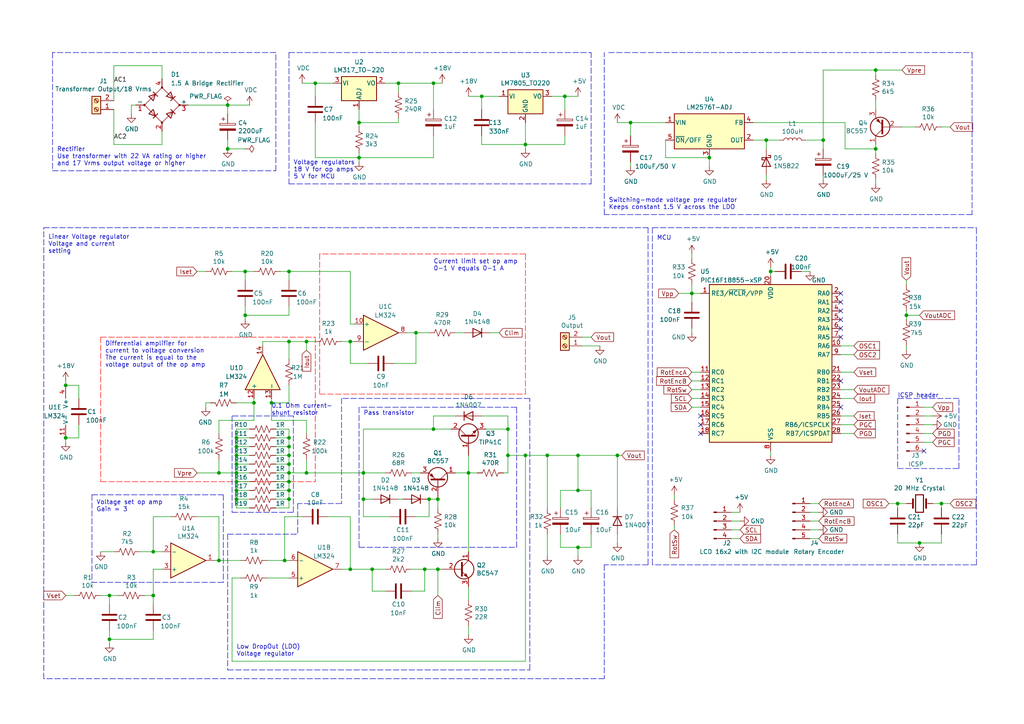
<source format=kicad_sch>
(kicad_sch (version 20211123) (generator eeschema)
  (paper "A4")
  (title_block (title "Programable Laboratory Bench Power Supply") (date "2021-07-13") (rev "A") (company "Bojan Sofronievski") (comment 1 "Current: 0 - 1 A, steps: 5 mA (10 bit PWM)") (comment 2 "Voltage: 0 - 15 V, steps: 5 mV (10 bit PWM)") (comment 3 "All resistors are rated 1/4 W, 1% tolerance"))
  (junction (at 262.89 91.44))
  (junction (at 83.82 127))
  (junction (at 68.58 129.54))
  (junction (at 101.6 99.06))
  (junction (at 254 43.18))
  (junction (at 73.66 116.84))
  (junction (at 63.5 137.16))
  (junction (at 83.82 78.74))
  (junction (at 120.65 96.52))
  (junction (at 222.25 40.64))
  (junction (at 83.82 134.62))
  (junction (at 266.7 157.48))
  (junction (at 82.55 162.56))
  (junction (at 83.82 144.78))
  (junction (at 88.9 99.06))
  (junction (at 105.41 137.16))
  (junction (at 31.75 185.42))
  (junction (at 83.82 132.08))
  (junction (at 125.73 24.13))
  (junction (at 273.05 146.05))
  (junction (at 147.32 124.46))
  (junction (at 260.35 146.05))
  (junction (at 124.46 144.78))
  (junction (at 223.52 78.74))
  (junction (at 44.45 160.02))
  (junction (at 68.58 134.62))
  (junction (at 78.74 116.84))
  (junction (at 127 144.78))
  (junction (at 88.9 137.16))
  (junction (at 125.73 124.46))
  (junction (at 152.4 41.91))
  (junction (at 147.32 132.08))
  (junction (at 66.04 30.48))
  (junction (at 68.58 127))
  (junction (at 107.95 165.1))
  (junction (at 68.58 144.78))
  (junction (at 238.76 40.64))
  (junction (at 200.66 85.09))
  (junction (at 167.64 142.24))
  (junction (at 205.74 45.72))
  (junction (at 105.41 144.78))
  (junction (at 83.82 129.54))
  (junction (at 83.82 99.06))
  (junction (at 101.6 165.1))
  (junction (at 68.58 137.16))
  (junction (at 44.45 172.72))
  (junction (at 254 20.32))
  (junction (at 152.4 132.08))
  (junction (at 115.57 24.13))
  (junction (at 83.82 137.16))
  (junction (at 63.5 162.56))
  (junction (at 167.64 158.75))
  (junction (at 66.04 43.18))
  (junction (at 179.07 132.08))
  (junction (at 68.58 142.24))
  (junction (at 163.83 27.94))
  (junction (at 135.89 137.16))
  (junction (at 104.14 45.72))
  (junction (at 167.64 132.08))
  (junction (at 127 165.1))
  (junction (at 31.75 172.72))
  (junction (at 68.58 132.08))
  (junction (at 182.88 35.56))
  (junction (at 139.7 27.94))
  (junction (at 71.12 91.44))
  (junction (at 83.82 142.24))
  (junction (at 19.05 127))
  (junction (at 91.44 24.13))
  (junction (at 123.19 165.1))
  (junction (at 71.12 78.74))
  (junction (at 68.58 139.7))
  (junction (at 158.75 132.08))
  (junction (at 83.82 139.7))
  (junction (at 19.05 111.76))
  (junction (at 104.14 35.56))
  (no_connect (at 267.97 130.81))
  (no_connect (at 203.2 120.65))
  (no_connect (at 243.84 118.11))
  (no_connect (at 243.84 110.49))
  (no_connect (at 243.84 87.63))
  (no_connect (at 243.84 92.71))
  (no_connect (at 243.84 90.17))
  (no_connect (at 203.2 125.73))
  (no_connect (at 243.84 97.79))
  (no_connect (at 243.84 85.09))
  (no_connect (at 203.2 123.19))
  (no_connect (at 243.84 95.25))
  (wire (pts (xy 200.66 107.95) (xy 203.2 107.95)))
  (wire (pts (xy 76.2 99.06) (xy 76.2 100.33)))
  (wire (pts (xy 223.52 78.74) (xy 223.52 80.01)))
  (wire (pts (xy 152.4 191.77) (xy 67.31 191.77)))
  (wire (pts (xy 262.89 92.71) (xy 262.89 91.44)))
  (wire (pts (xy 104.14 35.56) (xy 104.14 36.83)))
  (wire (pts (xy 63.5 121.92) (xy 63.5 125.73)))
  (wire (pts (xy 57.15 137.16) (xy 63.5 137.16)))
  (wire (pts (xy 59.69 78.74) (xy 57.15 78.74)))
  (wire (pts (xy 119.38 171.45) (xy 123.19 171.45)))
  (polyline (pts (xy 85.09 120.65) (xy 67.31 120.65)))
  (wire (pts (xy 71.12 92.71) (xy 71.12 91.44)))
  (wire (pts (xy 135.89 132.08) (xy 135.89 137.16)))
  (wire (pts (xy 68.58 134.62) (xy 68.58 137.16)))
  (wire (pts (xy 68.58 139.7) (xy 68.58 142.24)))
  (wire (pts (xy 67.31 191.77) (xy 67.31 167.64)))
  (wire (pts (xy 104.14 31.75) (xy 104.14 35.56)))
  (wire (pts (xy 254 20.32) (xy 261.62 20.32)))
  (polyline (pts (xy 15.24 15.24) (xy 15.24 49.53)))
  (wire (pts (xy 120.65 105.41) (xy 120.65 96.52)))
  (wire (pts (xy 78.74 115.57) (xy 78.74 116.84)))
  (wire (pts (xy 147.32 137.16) (xy 146.05 137.16)))
  (wire (pts (xy 22.86 115.57) (xy 22.86 111.76)))
  (wire (pts (xy 273.05 147.32) (xy 273.05 146.05)))
  (wire (pts (xy 270.51 123.19) (xy 267.97 123.19)))
  (wire (pts (xy 83.82 137.16) (xy 88.9 137.16)))
  (wire (pts (xy 44.45 172.72) (xy 44.45 175.26)))
  (wire (pts (xy 105.41 124.46) (xy 105.41 137.16)))
  (polyline (pts (xy 86.36 146.05) (xy 86.36 154.94)))
  (wire (pts (xy 59.69 118.11) (xy 59.69 116.84)))
  (wire (pts (xy 83.82 78.74) (xy 101.6 78.74)))
  (wire (pts (xy 68.58 124.46) (xy 68.58 127)))
  (wire (pts (xy 83.82 88.9) (xy 83.82 91.44)))
  (wire (pts (xy 22.86 123.19) (xy 22.86 127)))
  (wire (pts (xy 195.58 143.51) (xy 195.58 144.78)))
  (polyline (pts (xy 67.31 120.65) (xy 67.31 148.59)))
  (wire (pts (xy 273.05 146.05) (xy 270.51 146.05)))
  (wire (pts (xy 104.14 44.45) (xy 104.14 45.72)))
  (wire (pts (xy 275.59 146.05) (xy 273.05 146.05)))
  (polyline (pts (xy 26.67 143.51) (xy 26.67 168.91)))
  (wire (pts (xy 88.9 133.35) (xy 88.9 137.16)))
  (wire (pts (xy 238.76 40.64) (xy 238.76 20.32)))
  (wire (pts (xy 123.19 171.45) (xy 123.19 165.1)))
  (wire (pts (xy 91.44 27.94) (xy 91.44 24.13)))
  (wire (pts (xy 139.7 27.94) (xy 144.78 27.94)))
  (wire (pts (xy 68.58 137.16) (xy 68.58 139.7)))
  (polyline (pts (xy 260.35 115.57) (xy 260.35 135.89)))
  (wire (pts (xy 127 156.21) (xy 127 154.94)))
  (wire (pts (xy 270.51 125.73) (xy 267.97 125.73)))
  (polyline (pts (xy 175.26 62.23) (xy 175.26 15.24)))
  (wire (pts (xy 105.41 137.16) (xy 111.76 137.16)))
  (polyline (pts (xy 99.06 146.05) (xy 86.36 146.05)))
  (wire (pts (xy 139.7 41.91) (xy 139.7 39.37)))
  (wire (pts (xy 114.3 105.41) (xy 120.65 105.41)))
  (wire (pts (xy 91.44 99.06) (xy 88.9 99.06)))
  (wire (pts (xy 182.88 39.37) (xy 182.88 35.56)))
  (wire (pts (xy 223.52 132.08) (xy 223.52 130.81)))
  (polyline (pts (xy 26.67 143.51) (xy 64.77 143.51)))
  (wire (pts (xy 180.34 132.08) (xy 179.07 132.08)))
  (wire (pts (xy 139.7 120.65) (xy 147.32 120.65)))
  (wire (pts (xy 195.58 153.67) (xy 195.58 152.4)))
  (polyline (pts (xy 83.82 53.34) (xy 171.45 53.34)))
  (wire (pts (xy 59.69 116.84) (xy 60.96 116.84)))
  (wire (pts (xy 83.82 78.74) (xy 83.82 81.28)))
  (wire (pts (xy 275.59 36.83) (xy 273.05 36.83)))
  (wire (pts (xy 80.01 137.16) (xy 83.82 137.16)))
  (wire (pts (xy 111.76 165.1) (xy 107.95 165.1)))
  (wire (pts (xy 44.45 160.02) (xy 40.64 160.02)))
  (wire (pts (xy 49.53 149.86) (xy 44.45 149.86)))
  (wire (pts (xy 119.38 137.16) (xy 121.92 137.16)))
  (wire (pts (xy 171.45 97.79) (xy 168.91 97.79)))
  (wire (pts (xy 83.82 111.76) (xy 83.82 116.84)))
  (wire (pts (xy 102.87 93.98) (xy 101.6 93.98)))
  (wire (pts (xy 71.12 88.9) (xy 71.12 91.44)))
  (wire (pts (xy 125.73 120.65) (xy 125.73 124.46)))
  (wire (pts (xy 83.82 91.44) (xy 71.12 91.44)))
  (wire (pts (xy 243.84 115.57) (xy 247.65 115.57)))
  (wire (pts (xy 167.64 161.29) (xy 167.64 158.75)))
  (wire (pts (xy 130.81 124.46) (xy 125.73 124.46)))
  (wire (pts (xy 238.76 40.64) (xy 233.68 40.64)))
  (wire (pts (xy 105.41 144.78) (xy 107.95 144.78)))
  (wire (pts (xy 83.82 139.7) (xy 83.82 137.16)))
  (wire (pts (xy 163.83 27.94) (xy 160.02 27.94)))
  (wire (pts (xy 182.88 35.56) (xy 193.04 35.56)))
  (polyline (pts (xy 175.26 196.85) (xy 12.7 196.85)))
  (wire (pts (xy 104.14 45.72) (xy 104.14 46.99)))
  (wire (pts (xy 171.45 147.32) (xy 171.45 142.24)))
  (wire (pts (xy 254 43.18) (xy 254 41.91)))
  (wire (pts (xy 46.99 165.1) (xy 44.45 165.1)))
  (polyline (pts (xy 281.94 15.24) (xy 281.94 62.23)))
  (wire (pts (xy 80.01 147.32) (xy 83.82 147.32)))
  (wire (pts (xy 71.12 43.18) (xy 66.04 43.18)))
  (wire (pts (xy 167.64 27.94) (xy 163.83 27.94)))
  (wire (pts (xy 80.01 127) (xy 83.82 127)))
  (wire (pts (xy 162.56 142.24) (xy 167.64 142.24)))
  (wire (pts (xy 270.51 120.65) (xy 267.97 120.65)))
  (wire (pts (xy 72.39 139.7) (xy 68.58 139.7)))
  (wire (pts (xy 105.41 137.16) (xy 105.41 144.78)))
  (wire (pts (xy 66.04 30.48) (xy 54.61 30.48)))
  (wire (pts (xy 262.89 91.44) (xy 262.89 90.17)))
  (wire (pts (xy 71.12 78.74) (xy 71.12 81.28)))
  (wire (pts (xy 200.66 110.49) (xy 203.2 110.49)))
  (polyline (pts (xy 66.04 154.94) (xy 66.04 194.31)))
  (wire (pts (xy 200.66 87.63) (xy 200.66 85.09)))
  (wire (pts (xy 265.43 36.83) (xy 261.62 36.83)))
  (wire (pts (xy 127 165.1) (xy 123.19 165.1)))
  (wire (pts (xy 101.6 99.06) (xy 99.06 99.06)))
  (wire (pts (xy 144.78 96.52) (xy 142.24 96.52)))
  (polyline (pts (xy 91.44 97.79) (xy 91.44 139.7)) (stroke (width 0) (color 255 0 0 1)))
  (wire (pts (xy 247.65 120.65) (xy 243.84 120.65)))
  (polyline (pts (xy 64.77 168.91) (xy 26.67 168.91)))
  (polyline (pts (xy 152.4 114.3) (xy 152.4 73.66)) (stroke (width 0) (color 255 0 0 1)))
  (wire (pts (xy 270.51 118.11) (xy 267.97 118.11)))
  (wire (pts (xy 247.65 113.03) (xy 243.84 113.03)))
  (wire (pts (xy 80.01 142.24) (xy 83.82 142.24)))
  (wire (pts (xy 200.66 85.09) (xy 203.2 85.09)))
  (wire (pts (xy 46.99 41.91) (xy 46.99 38.1)))
  (wire (pts (xy 167.64 142.24) (xy 171.45 142.24)))
  (polyline (pts (xy 149.86 118.11) (xy 104.14 118.11)))
  (wire (pts (xy 68.58 116.84) (xy 73.66 116.84)))
  (polyline (pts (xy 283.21 163.83) (xy 283.21 66.04)))
  (wire (pts (xy 29.21 172.72) (xy 31.75 172.72)))
  (wire (pts (xy 167.64 142.24) (xy 167.64 132.08)))
  (wire (pts (xy 200.66 85.09) (xy 200.66 82.55)))
  (wire (pts (xy 83.82 137.16) (xy 83.82 134.62)))
  (wire (pts (xy 72.39 144.78) (xy 68.58 144.78)))
  (wire (pts (xy 140.97 124.46) (xy 147.32 124.46)))
  (wire (pts (xy 41.91 172.72) (xy 44.45 172.72)))
  (wire (pts (xy 138.43 137.16) (xy 135.89 137.16)))
  (wire (pts (xy 238.76 52.07) (xy 238.76 50.8)))
  (wire (pts (xy 245.11 35.56) (xy 245.11 43.18)))
  (wire (pts (xy 101.6 105.41) (xy 106.68 105.41)))
  (wire (pts (xy 80.01 139.7) (xy 83.82 139.7)))
  (wire (pts (xy 193.04 40.64) (xy 193.04 45.72)))
  (polyline (pts (xy 153.67 115.57) (xy 99.06 115.57)))
  (wire (pts (xy 66.04 43.18) (xy 66.04 40.64)))
  (wire (pts (xy 63.5 162.56) (xy 62.23 162.56)))
  (wire (pts (xy 80.01 129.54) (xy 83.82 129.54)))
  (wire (pts (xy 67.31 167.64) (xy 69.85 167.64)))
  (wire (pts (xy 196.85 85.09) (xy 200.66 85.09)))
  (wire (pts (xy 83.82 142.24) (xy 83.82 139.7)))
  (wire (pts (xy 80.01 144.78) (xy 83.82 144.78)))
  (wire (pts (xy 115.57 26.67) (xy 115.57 24.13)))
  (wire (pts (xy 38.1 33.02) (xy 38.1 30.48)))
  (wire (pts (xy 214.63 153.67) (xy 212.09 153.67)))
  (polyline (pts (xy 99.06 115.57) (xy 99.06 146.05)))
  (wire (pts (xy 83.82 132.08) (xy 83.82 129.54)))
  (wire (pts (xy 158.75 132.08) (xy 152.4 132.08)))
  (wire (pts (xy 200.66 115.57) (xy 203.2 115.57)))
  (wire (pts (xy 83.82 147.32) (xy 83.82 144.78)))
  (wire (pts (xy 44.45 185.42) (xy 31.75 185.42)))
  (wire (pts (xy 44.45 182.88) (xy 44.45 185.42)))
  (polyline (pts (xy 29.21 97.79) (xy 91.44 97.79)) (stroke (width 0) (color 255 0 0 1)))
  (wire (pts (xy 247.65 102.87) (xy 243.84 102.87)))
  (polyline (pts (xy 152.4 73.66) (xy 92.71 73.66)) (stroke (width 0) (color 255 0 0 1)))
  (wire (pts (xy 101.6 105.41) (xy 101.6 99.06)))
  (wire (pts (xy 83.82 124.46) (xy 80.01 124.46)))
  (wire (pts (xy 222.25 43.18) (xy 222.25 40.64)))
  (polyline (pts (xy 15.24 49.53) (xy 80.01 49.53)))
  (wire (pts (xy 237.49 146.05) (xy 234.95 146.05)))
  (wire (pts (xy 83.82 162.56) (xy 82.55 162.56)))
  (wire (pts (xy 179.07 157.48) (xy 179.07 154.94)))
  (wire (pts (xy 266.7 157.48) (xy 273.05 157.48)))
  (wire (pts (xy 163.83 41.91) (xy 152.4 41.91)))
  (wire (pts (xy 247.65 107.95) (xy 243.84 107.95)))
  (wire (pts (xy 46.99 19.05) (xy 46.99 22.86)))
  (wire (pts (xy 57.15 149.86) (xy 63.5 149.86)))
  (wire (pts (xy 44.45 165.1) (xy 44.45 172.72)))
  (wire (pts (xy 101.6 78.74) (xy 101.6 93.98)))
  (polyline (pts (xy 278.13 135.89) (xy 278.13 115.57)))
  (wire (pts (xy 266.7 91.44) (xy 262.89 91.44)))
  (wire (pts (xy 152.4 132.08) (xy 152.4 191.77)))
  (wire (pts (xy 222.25 40.64) (xy 218.44 40.64)))
  (wire (pts (xy 88.9 101.6) (xy 88.9 99.06)))
  (wire (pts (xy 105.41 149.86) (xy 105.41 144.78)))
  (wire (pts (xy 214.63 156.21) (xy 212.09 156.21)))
  (wire (pts (xy 127 147.32) (xy 127 144.78)))
  (polyline (pts (xy 260.35 135.89) (xy 278.13 135.89)))
  (wire (pts (xy 111.76 171.45) (xy 107.95 171.45)))
  (wire (pts (xy 73.66 116.84) (xy 73.66 121.92)))
  (polyline (pts (xy 29.21 139.7) (xy 91.44 139.7)) (stroke (width 0) (color 255 0 0 1)))
  (wire (pts (xy 22.86 127) (xy 19.05 127)))
  (wire (pts (xy 83.82 127) (xy 83.82 124.46)))
  (wire (pts (xy 125.73 24.13) (xy 125.73 31.75)))
  (wire (pts (xy 21.59 172.72) (xy 19.05 172.72)))
  (wire (pts (xy 19.05 128.27) (xy 19.05 127)))
  (polyline (pts (xy 281.94 62.23) (xy 175.26 62.23)))
  (wire (pts (xy 33.02 31.75) (xy 33.02 41.91)))
  (wire (pts (xy 179.07 147.32) (xy 179.07 132.08)))
  (wire (pts (xy 237.49 153.67) (xy 234.95 153.67)))
  (wire (pts (xy 168.91 100.33) (xy 173.99 100.33)))
  (wire (pts (xy 254 31.75) (xy 254 29.21)))
  (wire (pts (xy 182.88 48.26) (xy 182.88 46.99)))
  (wire (pts (xy 124.46 96.52) (xy 120.65 96.52)))
  (wire (pts (xy 214.63 151.13) (xy 212.09 151.13)))
  (polyline (pts (xy 104.14 118.11) (xy 104.14 158.75)))
  (wire (pts (xy 91.44 35.56) (xy 91.44 45.72)))
  (polyline (pts (xy 153.67 194.31) (xy 153.67 115.57)))
  (wire (pts (xy 83.82 129.54) (xy 83.82 127)))
  (wire (pts (xy 254 20.32) (xy 254 21.59)))
  (wire (pts (xy 135.89 170.18) (xy 135.89 173.99)))
  (wire (pts (xy 238.76 43.18) (xy 238.76 40.64)))
  (wire (pts (xy 135.89 160.02) (xy 135.89 137.16)))
  (polyline (pts (xy 64.77 143.51) (xy 64.77 168.91)))
  (wire (pts (xy 218.44 35.56) (xy 245.11 35.56)))
  (wire (pts (xy 152.4 43.18) (xy 152.4 41.91)))
  (wire (pts (xy 152.4 35.56) (xy 152.4 41.91)))
  (wire (pts (xy 38.1 30.48) (xy 39.37 30.48)))
  (wire (pts (xy 91.44 24.13) (xy 96.52 24.13)))
  (wire (pts (xy 254 53.34) (xy 254 52.07)))
  (wire (pts (xy 243.84 100.33) (xy 247.65 100.33)))
  (wire (pts (xy 260.35 146.05) (xy 262.89 146.05)))
  (wire (pts (xy 260.35 154.94) (xy 260.35 157.48)))
  (wire (pts (xy 83.82 104.14) (xy 83.82 99.06)))
  (wire (pts (xy 73.66 121.92) (xy 63.5 121.92)))
  (wire (pts (xy 63.5 137.16) (xy 68.58 137.16)))
  (wire (pts (xy 29.21 160.02) (xy 33.02 160.02)))
  (wire (pts (xy 257.81 146.05) (xy 260.35 146.05)))
  (wire (pts (xy 147.32 124.46) (xy 147.32 132.08)))
  (wire (pts (xy 68.58 142.24) (xy 68.58 144.78)))
  (wire (pts (xy 88.9 121.92) (xy 78.74 121.92)))
  (wire (pts (xy 33.02 19.05) (xy 46.99 19.05)))
  (wire (pts (xy 200.66 96.52) (xy 200.66 95.25)))
  (polyline (pts (xy 12.7 66.04) (xy 187.96 66.04)))
  (wire (pts (xy 171.45 154.94) (xy 171.45 158.75)))
  (wire (pts (xy 193.04 45.72) (xy 205.74 45.72)))
  (wire (pts (xy 238.76 20.32) (xy 254 20.32)))
  (polyline (pts (xy 187.96 66.04) (xy 187.96 163.83)))
  (wire (pts (xy 73.66 115.57) (xy 73.66 116.84)))
  (wire (pts (xy 44.45 149.86) (xy 44.45 160.02)))
  (wire (pts (xy 67.31 78.74) (xy 71.12 78.74)))
  (wire (pts (xy 162.56 154.94) (xy 162.56 158.75)))
  (wire (pts (xy 63.5 133.35) (xy 63.5 137.16)))
  (wire (pts (xy 83.82 167.64) (xy 77.47 167.64)))
  (wire (pts (xy 260.35 157.48) (xy 266.7 157.48)))
  (wire (pts (xy 158.75 147.32) (xy 158.75 132.08)))
  (wire (pts (xy 72.39 134.62) (xy 68.58 134.62)))
  (wire (pts (xy 124.46 144.78) (xy 127 144.78)))
  (polyline (pts (xy 104.14 158.75) (xy 149.86 158.75)))
  (wire (pts (xy 167.64 158.75) (xy 162.56 158.75)))
  (wire (pts (xy 270.51 128.27) (xy 267.97 128.27)))
  (polyline (pts (xy 92.71 114.3) (xy 152.4 114.3)) (stroke (width 0) (color 255 0 0 1)))
  (wire (pts (xy 135.89 184.15) (xy 135.89 181.61)))
  (wire (pts (xy 72.39 142.24) (xy 68.58 142.24)))
  (wire (pts (xy 95.25 149.86) (xy 101.6 149.86)))
  (wire (pts (xy 132.08 120.65) (xy 125.73 120.65)))
  (wire (pts (xy 167.64 132.08) (xy 179.07 132.08)))
  (wire (pts (xy 113.03 149.86) (xy 105.41 149.86)))
  (wire (pts (xy 66.04 30.48) (xy 72.39 30.48)))
  (wire (pts (xy 31.75 172.72) (xy 31.75 175.26)))
  (wire (pts (xy 87.63 24.13) (xy 91.44 24.13)))
  (wire (pts (xy 163.83 31.75) (xy 163.83 27.94)))
  (wire (pts (xy 80.01 134.62) (xy 83.82 134.62)))
  (wire (pts (xy 125.73 24.13) (xy 115.57 24.13)))
  (wire (pts (xy 200.66 118.11) (xy 203.2 118.11)))
  (wire (pts (xy 224.79 78.74) (xy 223.52 78.74)))
  (wire (pts (xy 232.41 78.74) (xy 234.95 78.74)))
  (wire (pts (xy 78.74 116.84) (xy 78.74 121.92)))
  (wire (pts (xy 31.75 186.69) (xy 31.75 185.42)))
  (wire (pts (xy 226.06 40.64) (xy 222.25 40.64)))
  (wire (pts (xy 72.39 129.54) (xy 68.58 129.54)))
  (wire (pts (xy 125.73 39.37) (xy 125.73 45.72)))
  (wire (pts (xy 182.88 35.56) (xy 179.07 35.56)))
  (wire (pts (xy 147.32 132.08) (xy 147.32 137.16)))
  (wire (pts (xy 115.57 24.13) (xy 111.76 24.13)))
  (wire (pts (xy 19.05 110.49) (xy 19.05 111.76)))
  (wire (pts (xy 83.82 134.62) (xy 83.82 132.08)))
  (wire (pts (xy 223.52 77.47) (xy 223.52 78.74)))
  (wire (pts (xy 158.75 132.08) (xy 167.64 132.08)))
  (wire (pts (xy 273.05 157.48) (xy 273.05 154.94)))
  (polyline (pts (xy 67.31 148.59) (xy 85.09 148.59)))
  (polyline (pts (xy 83.82 15.24) (xy 171.45 15.24)))
  (polyline (pts (xy 12.7 196.85) (xy 12.7 66.04)))
  (wire (pts (xy 124.46 149.86) (xy 124.46 144.78)))
  (wire (pts (xy 68.58 147.32) (xy 72.39 147.32)))
  (wire (pts (xy 158.75 161.29) (xy 158.75 154.94)))
  (wire (pts (xy 87.63 149.86) (xy 82.55 149.86)))
  (wire (pts (xy 83.82 144.78) (xy 83.82 142.24)))
  (wire (pts (xy 120.65 96.52) (xy 118.11 96.52)))
  (wire (pts (xy 115.57 34.29) (xy 115.57 35.56)))
  (wire (pts (xy 254 44.45) (xy 254 43.18)))
  (polyline (pts (xy 176.53 15.24) (xy 281.94 15.24)))
  (wire (pts (xy 88.9 99.06) (xy 83.82 99.06)))
  (wire (pts (xy 68.58 129.54) (xy 68.58 132.08)))
  (wire (pts (xy 33.02 29.21) (xy 33.02 19.05)))
  (wire (pts (xy 262.89 81.28) (xy 262.89 82.55)))
  (wire (pts (xy 68.58 127) (xy 68.58 129.54)))
  (wire (pts (xy 72.39 127) (xy 68.58 127)))
  (wire (pts (xy 135.89 27.94) (xy 139.7 27.94)))
  (polyline (pts (xy 83.82 15.24) (xy 83.82 53.34)))
  (wire (pts (xy 88.9 125.73) (xy 88.9 121.92)))
  (polyline (pts (xy 85.09 148.59) (xy 85.09 120.65)))
  (wire (pts (xy 72.39 124.46) (xy 68.58 124.46)))
  (wire (pts (xy 101.6 165.1) (xy 99.06 165.1)))
  (wire (pts (xy 72.39 137.16) (xy 68.58 137.16)))
  (wire (pts (xy 162.56 147.32) (xy 162.56 142.24)))
  (wire (pts (xy 83.82 99.06) (xy 76.2 99.06)))
  (polyline (pts (xy 189.23 66.04) (xy 283.21 66.04)))
  (polyline (pts (xy 175.26 163.83) (xy 175.26 196.85)))
  (wire (pts (xy 152.4 132.08) (xy 147.32 132.08)))
  (wire (pts (xy 135.89 137.16) (xy 132.08 137.16)))
  (polyline (pts (xy 66.04 154.94) (xy 86.36 154.94)))
  (wire (pts (xy 34.29 172.72) (xy 31.75 172.72)))
  (wire (pts (xy 91.44 45.72) (xy 104.14 45.72)))
  (wire (pts (xy 260.35 147.32) (xy 260.35 146.05)))
  (wire (pts (xy 134.62 96.52) (xy 132.08 96.52)))
  (wire (pts (xy 152.4 41.91) (xy 139.7 41.91)))
  (wire (pts (xy 46.99 160.02) (xy 44.45 160.02)))
  (wire (pts (xy 107.95 171.45) (xy 107.95 165.1)))
  (wire (pts (xy 128.27 24.13) (xy 125.73 24.13)))
  (wire (pts (xy 68.58 144.78) (xy 68.58 147.32)))
  (wire (pts (xy 200.66 73.66) (xy 200.66 74.93)))
  (wire (pts (xy 123.19 165.1) (xy 119.38 165.1)))
  (wire (pts (xy 31.75 182.88) (xy 31.75 185.42)))
  (wire (pts (xy 125.73 124.46) (xy 105.41 124.46)))
  (wire (pts (xy 128.27 165.1) (xy 127 165.1)))
  (polyline (pts (xy 171.45 53.34) (xy 171.45 15.24)))
  (wire (pts (xy 63.5 149.86) (xy 63.5 162.56)))
  (wire (pts (xy 237.49 151.13) (xy 234.95 151.13)))
  (wire (pts (xy 88.9 137.16) (xy 105.41 137.16)))
  (wire (pts (xy 222.25 52.07) (xy 222.25 50.8)))
  (wire (pts (xy 63.5 162.56) (xy 69.85 162.56)))
  (wire (pts (xy 22.86 111.76) (xy 19.05 111.76)))
  (wire (pts (xy 127 172.72) (xy 127 165.1)))
  (polyline (pts (xy 29.21 97.79) (xy 29.21 139.7)) (stroke (width 0) (color 255 0 0 1)))
  (polyline (pts (xy 66.04 194.31) (xy 153.67 194.31)))
  (wire (pts (xy 33.02 41.91) (xy 46.99 41.91)))
  (polyline (pts (xy 80.01 49.53) (xy 80.01 15.24)))
  (wire (pts (xy 104.14 45.72) (xy 125.73 45.72)))
  (wire (pts (xy 163.83 39.37) (xy 163.83 41.91)))
  (wire (pts (xy 247.65 125.73) (xy 243.84 125.73)))
  (wire (pts (xy 115.57 35.56) (xy 104.14 35.56)))
  (wire (pts (xy 72.39 132.08) (xy 68.58 132.08)))
  (wire (pts (xy 66.04 33.02) (xy 66.04 30.48)))
  (wire (pts (xy 115.57 144.78) (xy 116.84 144.78)))
  (polyline (pts (xy 187.96 163.83) (xy 175.26 163.83)))
  (polyline (pts (xy 278.13 115.57) (xy 260.35 115.57)))
  (wire (pts (xy 245.11 43.18) (xy 254 43.18)))
  (wire (pts (xy 101.6 149.86) (xy 101.6 165.1)))
  (wire (pts (xy 200.66 113.03) (xy 203.2 113.03)))
  (wire (pts (xy 247.65 123.19) (xy 243.84 123.19)))
  (wire (pts (xy 80.01 132.08) (xy 83.82 132.08)))
  (polyline (pts (xy 80.01 15.24) (xy 15.24 15.24)))
  (wire (pts (xy 101.6 165.1) (xy 107.95 165.1)))
  (wire (pts (xy 237.49 148.59) (xy 234.95 148.59)))
  (wire (pts (xy 139.7 31.75) (xy 139.7 27.94)))
  (wire (pts (xy 214.63 148.59) (xy 212.09 148.59)))
  (polyline (pts (xy 189.23 66.04) (xy 189.23 163.83)))
  (wire (pts (xy 81.28 78.74) (xy 83.82 78.74)))
  (wire (pts (xy 102.87 99.06) (xy 101.6 99.06)))
  (wire (pts (xy 147.32 120.65) (xy 147.32 124.46)))
  (wire (pts (xy 205.74 48.26) (xy 205.74 45.72)))
  (wire (pts (xy 237.49 156.21) (xy 234.95 156.21)))
  (wire (pts (xy 68.58 132.08) (xy 68.58 134.62)))
  (wire (pts (xy 83.82 116.84) (xy 78.74 116.84)))
  (wire (pts (xy 262.89 101.6) (xy 262.89 100.33)))
  (polyline (pts (xy 92.71 73.66) (xy 92.71 114.3)) (stroke (width 0) (color 255 0 0 1)))
  (wire (pts (xy 77.47 162.56) (xy 82.55 162.56)))
  (polyline (pts (xy 149.86 158.75) (xy 149.86 118.11)))
  (wire (pts (xy 120.65 149.86) (xy 124.46 149.86)))
  (wire (pts (xy 171.45 158.75) (xy 167.64 158.75)))
  (wire (pts (xy 82.55 149.86) (xy 82.55 162.56)))
  (wire (pts (xy 73.66 78.74) (xy 71.12 78.74)))
  (polyline (pts (xy 283.21 163.83) (xy 189.23 163.83)))
  (text "ICSP header" (at 260.35 115.57 0) (effects (font (size 1.27 1.27)) (justify left bottom)))
  (text "Low DropOut (LDO)\nVoltage regulator\n" (at 68.58 190.5 0) (effects (font (size 1.27 1.27)) (justify left bottom)))
  (text "MCU" (at 190.5 69.85 0) (effects (font (size 1.27 1.27)) (justify left bottom)))
  (text "Voltage regulators\n18 V for op amps\n5 V for MCU" (at 85.09 52.07 0) (effects (font (size 1.27 1.27)) (justify left bottom)))
  (text "Switching-mode voltage pre regulator\nKeeps constant 1.5 V across the LDO" (at 176.53 60.96 0) (effects (font (size 1.27 1.27)) (justify left bottom)))
  (text "Rectifier\nUse transformer with 22 VA rating or higher\nand 17 Vrms output voltage or higher" (at 16.51 48.26 0) (effects (font (size 1.27 1.27)) (justify left bottom)))
  (text "0.1 Ohm current-\nshunt resistor" (at 78.74 120.65 0) (effects (font (size 1.27 1.27)) (justify left bottom)))
  (text "Pass transistor" (at 105.41 120.65 0) (effects (font (size 1.27 1.27)) (justify left bottom)))
  (text "Linear Voltage regulator\nVoltage and current\nsetting" (at 13.97 73.66 0) (effects (font (size 1.27 1.27)) (justify left bottom)))
  (text "Current limit set op amp\n0-1 V equals 0-1 A" (at 125.73 78.74 0) (effects (font (size 1.27 1.27)) (justify left bottom)))
  (text "Voltage set op amp\nGain = 3" (at 27.94 148.59 0) (effects (font (size 1.27 1.27)) (justify left bottom)))
  (text "Differential amplifier for\ncurrent to voltage conversion\nThe current is equal to the \nvoltage output of the op amp\n" (at 30.48 106.68 0) (effects (font (size 1.27 1.27)) (justify left bottom)))
  (label "AC1" (at 33.02 24.13 0))
  (label "AC2" (at 33.02 40.64 0))
  (global_label "RotEncA" (shape input) (at 237.49 146.05 0) (property "Intersheet References" "${INTERSHEET_REFS}" (effects hide)))
  (global_label "RotSw" (shape input) (at 195.58 153.67 270) (property "Intersheet References" "${INTERSHEET_REFS}" (effects hide)))
  (global_label "OSC1" (shape input) (at 257.81 146.05 180) (property "Intersheet References" "${INTERSHEET_REFS}" (effects hide)))
  (global_label "OSC2" (shape input) (at 247.65 102.87 0) (property "Intersheet References" "${INTERSHEET_REFS}" (effects hide)))
  (global_label "Clim" (shape input) (at 127 172.72 270) (property "Intersheet References" "${INTERSHEET_REFS}" (effects hide)))
  (global_label "Vout" (shape input) (at 171.45 97.79 0) (property "Intersheet References" "${INTERSHEET_REFS}" (effects hide)))
  (global_label "Vout" (shape input) (at 180.34 132.08 0) (property "Intersheet References" "${INTERSHEET_REFS}" (effects hide)))
  (global_label "PGC" (shape input) (at 247.65 123.19 0) (property "Intersheet References" "${INTERSHEET_REFS}" (effects hide)))
  (global_label "SDA" (shape input) (at 214.63 156.21 0) (property "Intersheet References" "${INTERSHEET_REFS}" (effects hide)))
  (global_label "RotEncB" (shape input) (at 237.49 151.13 0) (property "Intersheet References" "${INTERSHEET_REFS}" (effects hide)))
  (global_label "Iset" (shape input) (at 57.15 78.74 180) (property "Intersheet References" "${INTERSHEET_REFS}" (effects hide)))
  (global_label "Vset" (shape input) (at 247.65 107.95 0) (property "Intersheet References" "${INTERSHEET_REFS}" (effects hide)))
  (global_label "OSC1" (shape input) (at 247.65 100.33 0) (property "Intersheet References" "${INTERSHEET_REFS}" (effects hide)))
  (global_label "SDA" (shape input) (at 200.66 118.11 180) (property "Intersheet References" "${INTERSHEET_REFS}" (effects hide)))
  (global_label "Iout" (shape input) (at 88.9 101.6 270) (property "Intersheet References" "${INTERSHEET_REFS}" (effects hide)))
  (global_label "RotSw" (shape input) (at 200.66 113.03 180) (property "Intersheet References" "${INTERSHEET_REFS}" (effects hide)))
  (global_label "Vpp" (shape input) (at 270.51 118.11 0) (property "Intersheet References" "${INTERSHEET_REFS}" (effects hide)))
  (global_label "OSC2" (shape input) (at 275.59 146.05 0) (property "Intersheet References" "${INTERSHEET_REFS}" (effects hide)))
  (global_label "VoutADC" (shape input) (at 247.65 113.03 0) (property "Intersheet References" "${INTERSHEET_REFS}" (effects hide)))
  (global_label "RotSw" (shape input) (at 237.49 156.21 0) (property "Intersheet References" "${INTERSHEET_REFS}" (effects hide)))
  (global_label "Vpre" (shape input) (at 261.62 20.32 0) (property "Intersheet References" "${INTERSHEET_REFS}" (effects hide)))
  (global_label "RotEncB" (shape input) (at 200.66 110.49 180) (property "Intersheet References" "${INTERSHEET_REFS}" (effects hide)))
  (global_label "SCL" (shape input) (at 200.66 115.57 180) (property "Intersheet References" "${INTERSHEET_REFS}" (effects hide)))
  (global_label "Clim" (shape input) (at 144.78 96.52 0) (property "Intersheet References" "${INTERSHEET_REFS}" (effects hide)))
  (global_label "Vpre" (shape input) (at 57.15 137.16 180) (property "Intersheet References" "${INTERSHEET_REFS}" (effects hide)))
  (global_label "PGC" (shape input) (at 270.51 128.27 0) (property "Intersheet References" "${INTERSHEET_REFS}" (effects hide)))
  (global_label "PGD" (shape input) (at 270.51 125.73 0) (property "Intersheet References" "${INTERSHEET_REFS}" (effects hide)))
  (global_label "PGD" (shape input) (at 247.65 125.73 0) (property "Intersheet References" "${INTERSHEET_REFS}" (effects hide)))
  (global_label "VoutADC" (shape input) (at 266.7 91.44 0) (property "Intersheet References" "${INTERSHEET_REFS}" (effects hide)))
  (global_label "Vout" (shape input) (at 262.89 81.28 90) (property "Intersheet References" "${INTERSHEET_REFS}" (effects hide)))
  (global_label "Iout" (shape input) (at 247.65 115.57 0) (property "Intersheet References" "${INTERSHEET_REFS}" (effects hide)))
  (global_label "Iset" (shape input) (at 247.65 120.65 0) (property "Intersheet References" "${INTERSHEET_REFS}" (effects hide)))
  (global_label "SCL" (shape input) (at 214.63 153.67 0) (property "Intersheet References" "${INTERSHEET_REFS}" (effects hide)))
  (global_label "RotEncA" (shape input) (at 200.66 107.95 180) (property "Intersheet References" "${INTERSHEET_REFS}" (effects hide)))
  (global_label "Vset" (shape input) (at 19.05 172.72 180) (property "Intersheet References" "${INTERSHEET_REFS}" (effects hide)))
  (global_label "Vout" (shape input) (at 275.59 36.83 0) (property "Intersheet References" "${INTERSHEET_REFS}" (effects hide)))
  (global_label "Vpp" (shape input) (at 196.85 85.09 180) (property "Intersheet References" "${INTERSHEET_REFS}" (effects hide)))
  (symbol (lib_id "Amplifier_Operational:LM324") (at 54.61 162.56 0) (mirror x) (unit 1)
    (property "Reference" "U1" (at 54.61 153.2382 0))
    (property "Value" "LM324" (at 54.61 155.5496 0))
    (property "Footprint" "Package_DIP:DIP-14_W7.62mm_LongPads" (effects hide))
    (property "Datasheet" "http://www.ti.com/lit/ds/symlink/lm2902-n.pdf" (effects hide))
  )
  (symbol (lib_id "Amplifier_Operational:LM324") (at 91.44 165.1 0) (mirror x) (unit 2)
    (property "Reference" "U1" (at 93.98 158.75 0))
    (property "Value" "LM324" (at 93.98 161.29 0))
    (property "Footprint" "Package_DIP:DIP-14_W7.62mm_LongPads" (effects hide))
    (property "Datasheet" "http://www.ti.com/lit/ds/symlink/lm2902-n.pdf" (effects hide))
  )
  (symbol (lib_id "Amplifier_Operational:LM324") (at 110.49 96.52 0) (unit 3)
    (property "Reference" "U1" (at 111.76 88.9 0))
    (property "Value" "LM324" (at 111.76 91.44 0))
    (property "Footprint" "Package_DIP:DIP-14_W7.62mm_LongPads" (effects hide))
    (property "Datasheet" "http://www.ti.com/lit/ds/symlink/lm2902-n.pdf" (effects hide))
  )
  (symbol (lib_id "Amplifier_Operational:LM324") (at 76.2 107.95 90) (unit 4)
    (property "Reference" "U1" (at 68.58 106.68 90))
    (property "Value" "LM324" (at 68.58 109.22 90))
    (property "Footprint" "Package_DIP:DIP-14_W7.62mm_LongPads" (effects hide))
    (property "Datasheet" "http://www.ti.com/lit/ds/symlink/lm2902-n.pdf" (effects hide))
  )
  (symbol (lib_id "Amplifier_Operational:LM324") (at 21.59 119.38 0) (unit 5)
    (property "Reference" "U1" (at 13.97 118.11 0) (effects (justify left)))
    (property "Value" "LM324" (at 12.7 120.65 0) (effects (justify left)))
    (property "Footprint" "Package_DIP:DIP-14_W7.62mm_LongPads" (effects hide))
    (property "Datasheet" "http://www.ti.com/lit/ds/symlink/lm2902-n.pdf" (effects hide))
  )
  (symbol (lib_id "Device:R_US") (at 36.83 160.02 270) (unit 1)
    (property "Reference" "R2" (at 36.83 154.813 90))
    (property "Value" "7k5" (at 36.83 157.1244 90))
    (property "Footprint" "Resistor_THT:R_Axial_DIN0207_L6.3mm_D2.5mm_P10.16mm_Horizontal" (effects hide))
  )
  (symbol (lib_id "Device:R_US") (at 53.34 149.86 270) (unit 1)
    (property "Reference" "R4" (at 53.34 144.653 90))
    (property "Value" "15k" (at 53.34 146.9644 90))
    (property "Footprint" "Resistor_THT:R_Axial_DIN0207_L6.3mm_D2.5mm_P10.16mm_Horizontal" (effects hide))
  )
  (symbol (lib_id "Device:R_US") (at 73.66 162.56 270) (unit 1)
    (property "Reference" "R8" (at 73.66 157.353 90))
    (property "Value" "1k" (at 73.66 159.6644 90))
    (property "Footprint" "Resistor_THT:R_Axial_DIN0207_L6.3mm_D2.5mm_P10.16mm_Horizontal" (effects hide))
  )
  (symbol (lib_id "power:GND") (at 29.21 160.02 0) (unit 1)
    (property "Reference" "#PWR0101" (effects hide))
    (property "Value" "GND" (at 29.337 164.4142 0))
  )
  (symbol (lib_id "Device:C") (at 91.44 149.86 270) (unit 1)
    (property "Reference" "C8" (at 91.44 143.4592 90))
    (property "Value" "10nF" (at 91.44 145.7706 90))
    (property "Footprint" "Capacitor_THT:C_Disc_D5.0mm_W2.5mm_P5.00mm" (effects hide))
  )
  (symbol (lib_id "Device:R_US") (at 115.57 165.1 270) (unit 1)
    (property "Reference" "R27" (at 115.57 159.893 90))
    (property "Value" "2k2" (at 115.57 162.2044 90))
    (property "Footprint" "Resistor_THT:R_Axial_DIN0207_L6.3mm_D2.5mm_P10.16mm_Horizontal" (effects hide))
  )
  (symbol (lib_id "Device:C") (at 115.57 171.45 270) (unit 1)
    (property "Reference" "C10" (at 115.57 175.26 90))
    (property "Value" "10nF" (at 115.57 177.8 90))
    (property "Footprint" "Capacitor_THT:C_Disc_D5.0mm_W2.5mm_P5.00mm" (effects hide))
  )
  (symbol (lib_id "Transistor_BJT:BC547") (at 133.35 165.1 0) (unit 1)
    (property "Reference" "Q2" (at 138.2014 163.9316 0) (effects (justify left)))
    (property "Value" "BC547" (at 138.2014 166.243 0) (effects (justify left)))
    (property "Footprint" "Package_TO_SOT_THT:TO-92_Inline_Wide" (effects hide))
    (property "Datasheet" "https://www.onsemi.com/pub/Collateral/BC550-D.pdf" (effects hide))
  )
  (symbol (lib_id "Device:R_US") (at 135.89 177.8 180) (unit 1)
    (property "Reference" "R30" (at 137.6172 176.6316 0) (effects (justify right)))
    (property "Value" "22R" (at 137.6172 178.943 0) (effects (justify right)))
    (property "Footprint" "Resistor_THT:R_Axial_DIN0207_L6.3mm_D2.5mm_P10.16mm_Horizontal" (effects hide))
  )
  (symbol (lib_id "power:GND") (at 135.89 184.15 0) (unit 1)
    (property "Reference" "#PWR0102" (effects hide))
    (property "Value" "GND" (at 136.017 188.5442 0))
  )
  (symbol (lib_id "Transistor_BJT:BC557") (at 127 139.7 270) (mirror x) (unit 1)
    (property "Reference" "Q1" (at 127 131.3688 90))
    (property "Value" "BC557" (at 127 133.6802 90))
    (property "Footprint" "Package_TO_SOT_THT:TO-92_Inline_Wide" (effects hide))
    (property "Datasheet" "https://www.onsemi.com/pub/Collateral/BC556BTA-D.pdf" (effects hide))
  )
  (symbol (lib_id "Device:R_US") (at 127 151.13 180) (unit 1)
    (property "Reference" "R28" (at 128.7272 149.9616 0) (effects (justify right)))
    (property "Value" "10k" (at 128.7272 152.273 0) (effects (justify right)))
    (property "Footprint" "Resistor_THT:R_Axial_DIN0207_L6.3mm_D2.5mm_P10.16mm_Horizontal" (effects hide))
  )
  (symbol (lib_id "power:GND") (at 127 156.21 0) (unit 1)
    (property "Reference" "#PWR0103" (effects hide))
    (property "Value" "GND" (at 127.127 160.6042 0))
  )
  (symbol (lib_id "Device:R_US") (at 115.57 137.16 270) (unit 1)
    (property "Reference" "R26" (at 115.57 131.953 90))
    (property "Value" "68R" (at 115.57 134.2644 90))
    (property "Footprint" "Resistor_THT:R_Axial_DIN0207_L6.3mm_D2.5mm_P10.16mm_Horizontal" (effects hide))
  )
  (symbol (lib_id "Diode:1N4148") (at 111.76 144.78 180) (unit 1)
    (property "Reference" "D2" (at 111.76 139.2682 0))
    (property "Value" "1N4148" (at 111.76 141.5796 0))
    (property "Footprint" "Diode_THT:D_DO-35_SOD27_P7.62mm_Horizontal" (effects hide))
    (property "Datasheet" "https://assets.nexperia.com/documents/data-sheet/1N4148_1N4448.pdf" (effects hide))
  )
  (symbol (lib_id "Diode:1N4148") (at 120.65 144.78 180) (unit 1)
    (property "Reference" "D3" (at 120.65 139.2682 0))
    (property "Value" "1N4148" (at 120.65 141.5796 0))
    (property "Footprint" "Diode_THT:D_DO-35_SOD27_P7.62mm_Horizontal" (effects hide))
    (property "Datasheet" "https://assets.nexperia.com/documents/data-sheet/1N4148_1N4448.pdf" (effects hide))
  )
  (symbol (lib_id "Device:C") (at 116.84 149.86 270) (unit 1)
    (property "Reference" "C11" (at 116.84 153.67 90))
    (property "Value" "100nF" (at 116.84 156.21 90))
    (property "Footprint" "Capacitor_THT:C_Rect_L7.0mm_W2.5mm_P5.00mm" (effects hide))
  )
  (symbol (lib_id "Device:R_US") (at 142.24 137.16 270) (unit 1)
    (property "Reference" "R31" (at 142.24 131.953 90))
    (property "Value" "470R" (at 142.24 134.2644 90))
    (property "Footprint" "Resistor_THT:R_Axial_DIN0207_L6.3mm_D2.5mm_P10.16mm_Horizontal" (effects hide))
  )
  (symbol (lib_id "Transistor_BJT:TIP41C") (at 135.89 127 90) (unit 1)
    (property "Reference" "Q3" (at 142.24 125.73 90))
    (property "Value" "TIP41C" (at 142.24 128.27 90))
    (property "Footprint" "Package_TO_SOT_THT:TO-220-3_Vertical" (effects hide))
    (property "Datasheet" "https://www.centralsemi.com/get_document.php?cmp=1&mergetype=pd&mergepath=pd&pdf_id=tip41.PDF" (effects hide))
  )
  (symbol (lib_id "Device:R_US") (at 158.75 151.13 180) (unit 1)
    (property "Reference" "R32" (at 153.67 149.86 0) (effects (justify right)))
    (property "Value" "1k" (at 154.94 152.4 0) (effects (justify right)))
    (property "Footprint" "Resistor_THT:R_Axial_DIN0207_L6.3mm_D2.5mm_P10.16mm_Horizontal" (effects hide))
  )
  (symbol (lib_id "power:GND") (at 158.75 161.29 0) (unit 1)
    (property "Reference" "#PWR0104" (effects hide))
    (property "Value" "GND" (at 158.877 165.6842 0))
  )
  (symbol (lib_id "Device:CP") (at 162.56 151.13 0) (unit 1)
    (property "Reference" "C15" (at 163.83 148.59 0) (effects (justify left)))
    (property "Value" "10uF" (at 163.83 153.67 0) (effects (justify left)))
    (property "Footprint" "Capacitor_THT:CP_Radial_D5.0mm_P2.50mm" (effects hide))
  )
  (symbol (lib_id "Device:CP") (at 171.45 151.13 0) (unit 1)
    (property "Reference" "C16" (at 172.72 148.59 0) (effects (justify left)))
    (property "Value" "10uF" (at 172.72 153.67 0) (effects (justify left)))
    (property "Footprint" "Capacitor_THT:CP_Radial_D5.0mm_P2.50mm" (effects hide))
  )
  (symbol (lib_id "power:GND") (at 167.64 161.29 0) (unit 1)
    (property "Reference" "#PWR0105" (effects hide))
    (property "Value" "GND" (at 167.767 165.6842 0))
  )
  (symbol (lib_id "Device:R_US") (at 76.2 124.46 270) (unit 1)
    (property "Reference" "R10" (at 69.85 123.19 90))
    (property "Value" "1R" (at 81.28 123.19 90))
    (property "Footprint" "Resistor_THT:R_Axial_DIN0207_L6.3mm_D2.5mm_P10.16mm_Horizontal" (effects hide))
  )
  (symbol (lib_id "Device:R_US") (at 76.2 127 270) (unit 1)
    (property "Reference" "R11" (at 69.85 125.73 90))
    (property "Value" "1R" (at 81.28 125.73 90))
    (property "Footprint" "Resistor_THT:R_Axial_DIN0207_L6.3mm_D2.5mm_P10.16mm_Horizontal" (effects hide))
  )
  (symbol (lib_id "Device:R_US") (at 76.2 129.54 270) (unit 1)
    (property "Reference" "R12" (at 69.85 128.27 90))
    (property "Value" "1R" (at 81.28 128.27 90))
    (property "Footprint" "Resistor_THT:R_Axial_DIN0207_L6.3mm_D2.5mm_P10.16mm_Horizontal" (effects hide))
  )
  (symbol (lib_id "Device:R_US") (at 76.2 132.08 270) (unit 1)
    (property "Reference" "R13" (at 69.85 130.81 90))
    (property "Value" "1R" (at 81.28 130.81 90))
    (property "Footprint" "Resistor_THT:R_Axial_DIN0207_L6.3mm_D2.5mm_P10.16mm_Horizontal" (effects hide))
  )
  (symbol (lib_id "Device:R_US") (at 76.2 134.62 270) (unit 1)
    (property "Reference" "R14" (at 69.85 133.35 90))
    (property "Value" "1R" (at 81.28 133.35 90))
    (property "Footprint" "Resistor_THT:R_Axial_DIN0207_L6.3mm_D2.5mm_P10.16mm_Horizontal" (effects hide))
  )
  (symbol (lib_id "Device:R_US") (at 76.2 137.16 270) (unit 1)
    (property "Reference" "R15" (at 69.85 135.89 90))
    (property "Value" "1R" (at 81.28 135.89 90))
    (property "Footprint" "Resistor_THT:R_Axial_DIN0207_L6.3mm_D2.5mm_P10.16mm_Horizontal" (effects hide))
  )
  (symbol (lib_id "Device:R_US") (at 76.2 139.7 270) (unit 1)
    (property "Reference" "R16" (at 69.85 138.43 90))
    (property "Value" "1R" (at 81.28 138.43 90))
    (property "Footprint" "Resistor_THT:R_Axial_DIN0207_L6.3mm_D2.5mm_P10.16mm_Horizontal" (effects hide))
  )
  (symbol (lib_id "Device:R_US") (at 76.2 142.24 270) (unit 1)
    (property "Reference" "R17" (at 69.85 140.97 90))
    (property "Value" "1R" (at 81.28 140.97 90))
    (property "Footprint" "Resistor_THT:R_Axial_DIN0207_L6.3mm_D2.5mm_P10.16mm_Horizontal" (effects hide))
  )
  (symbol (lib_id "Device:R_US") (at 76.2 144.78 270) (unit 1)
    (property "Reference" "R18" (at 69.85 143.51 90))
    (property "Value" "1R" (at 81.28 143.51 90))
    (property "Footprint" "Resistor_THT:R_Axial_DIN0207_L6.3mm_D2.5mm_P10.16mm_Horizontal" (effects hide))
  )
  (symbol (lib_id "Device:R_US") (at 76.2 147.32 270) (unit 1)
    (property "Reference" "R19" (at 69.85 146.05 90))
    (property "Value" "1R" (at 81.28 146.05 90))
    (property "Footprint" "Resistor_THT:R_Axial_DIN0207_L6.3mm_D2.5mm_P10.16mm_Horizontal" (effects hide))
  )
  (symbol (lib_id "power:GND") (at 223.52 132.08 0) (unit 1)
    (property "Reference" "#PWR06" (effects hide))
    (property "Value" "GND" (at 223.647 136.4742 0))
  )
  (symbol (lib_id "power:GND") (at 237.49 148.59 90) (unit 1)
    (property "Reference" "#PWR07" (effects hide))
    (property "Value" "GND" (at 242.57 148.59 90))
  )
  (symbol (lib_id "power:+5V") (at 223.52 77.47 0) (unit 1)
    (property "Reference" "#PWR05" (effects hide))
    (property "Value" "+5V" (at 223.901 73.0758 0))
  )
  (symbol (lib_id "Regulator_Linear:LM7805_TO220") (at 152.4 27.94 0) (unit 1)
    (property "Reference" "U3" (at 152.4 21.7932 0))
    (property "Value" "LM7805_TO220" (at 152.4 24.1046 0))
    (property "Footprint" "Package_TO_SOT_THT:TO-220-3_Vertical" (effects hide))
    (property "Datasheet" "https://www.onsemi.cn/PowerSolutions/document/MC7800-D.PDF" (effects hide))
  )
  (symbol (lib_id "Regulator_Linear:LM317_TO-220") (at 104.14 24.13 0) (unit 1)
    (property "Reference" "U2" (at 104.14 17.9832 0))
    (property "Value" "LM317_TO-220" (at 104.14 20.2946 0))
    (property "Footprint" "Package_TO_SOT_THT:TO-220-3_Vertical" (effects hide))
    (property "Datasheet" "http://www.ti.com/lit/ds/symlink/lm317.pdf" (effects hide))
  )
  (symbol (lib_id "Device:CP") (at 163.83 35.56 0) (unit 1)
    (property "Reference" "C14" (at 166.8272 34.3916 0) (effects (justify left)))
    (property "Value" "1uF" (at 166.8272 36.703 0) (effects (justify left)))
    (property "Footprint" "Capacitor_THT:CP_Radial_D5.0mm_P2.50mm" (effects hide))
  )
  (symbol (lib_id "Device:C") (at 139.7 35.56 0) (unit 1)
    (property "Reference" "C13" (at 143.51 35.56 0))
    (property "Value" "330nF" (at 144.78 38.1 0))
    (property "Footprint" "Capacitor_THT:C_Rect_L7.0mm_W4.5mm_P5.00mm" (effects hide))
  )
  (symbol (lib_id "Device:C") (at 22.86 119.38 0) (unit 1)
    (property "Reference" "C1" (at 26.67 119.38 0))
    (property "Value" "100nF" (at 27.94 121.92 0))
    (property "Footprint" "Capacitor_THT:C_Rect_L7.0mm_W2.5mm_P5.00mm" (effects hide))
  )
  (symbol (lib_id "Device:C") (at 228.6 78.74 90) (unit 1)
    (property "Reference" "C20" (at 232.41 74.93 90))
    (property "Value" "100nF" (at 232.41 77.47 90))
    (property "Footprint" "Capacitor_THT:C_Rect_L7.0mm_W2.5mm_P5.00mm" (effects hide))
  )
  (symbol (lib_id "Device:R_US") (at 115.57 30.48 0) (unit 1)
    (property "Reference" "R25" (at 117.2972 29.3116 0) (effects (justify left)))
    (property "Value" "240R" (at 117.2972 31.623 0) (effects (justify left)))
    (property "Footprint" "Resistor_THT:R_Axial_DIN0207_L6.3mm_D2.5mm_P10.16mm_Horizontal" (effects hide))
  )
  (symbol (lib_id "Device:R_US") (at 104.14 40.64 0) (unit 1)
    (property "Reference" "R24" (at 105.8672 39.4716 0) (effects (justify left)))
    (property "Value" "3k3" (at 105.8672 41.783 0) (effects (justify left)))
    (property "Footprint" "Resistor_THT:R_Axial_DIN0207_L6.3mm_D2.5mm_P10.16mm_Horizontal" (effects hide))
  )
  (symbol (lib_id "Device:C") (at 91.44 31.75 0) (unit 1)
    (property "Reference" "C7" (at 95.25 31.75 0))
    (property "Value" "100nF" (at 96.52 34.29 0))
    (property "Footprint" "Capacitor_THT:C_Rect_L7.0mm_W2.5mm_P5.00mm" (effects hide))
  )
  (symbol (lib_id "Device:CP") (at 125.73 35.56 0) (unit 1)
    (property "Reference" "C12" (at 128.7272 34.3916 0) (effects (justify left)))
    (property "Value" "1uF" (at 128.7272 36.703 0) (effects (justify left)))
    (property "Footprint" "Capacitor_THT:CP_Radial_D5.0mm_P2.50mm" (effects hide))
  )
  (symbol (lib_id "power:GND") (at 234.95 78.74 0) (unit 1)
    (property "Reference" "#PWR09" (effects hide))
    (property "Value" "GND" (at 237.49 81.28 0))
  )
  (symbol (lib_id "Device:R_US") (at 73.66 167.64 270) (unit 1)
    (property "Reference" "R9" (at 73.66 170.18 90))
    (property "Value" "1k" (at 73.66 172.72 90))
    (property "Footprint" "Resistor_THT:R_Axial_DIN0207_L6.3mm_D2.5mm_P10.16mm_Horizontal" (effects hide))
  )
  (symbol (lib_id "Device:R_US") (at 63.5 129.54 180) (unit 1)
    (property "Reference" "R6" (at 59.69 128.27 0))
    (property "Value" "100k" (at 59.69 130.81 0))
    (property "Footprint" "Resistor_THT:R_Axial_DIN0207_L6.3mm_D2.5mm_P10.16mm_Horizontal" (effects hide))
  )
  (symbol (lib_id "Device:R_US") (at 88.9 129.54 180) (unit 1)
    (property "Reference" "R22" (at 92.71 128.27 0))
    (property "Value" "100k" (at 92.71 130.81 0))
    (property "Footprint" "Resistor_THT:R_Axial_DIN0207_L6.3mm_D2.5mm_P10.16mm_Horizontal" (effects hide))
  )
  (symbol (lib_id "Device:R_US") (at 64.77 116.84 90) (mirror x) (unit 1)
    (property "Reference" "R7" (at 63.5 111.76 90) (effects (justify right)))
    (property "Value" "1M" (at 63.5 114.3 90) (effects (justify right)))
    (property "Footprint" "Resistor_THT:R_Axial_DIN0207_L6.3mm_D2.5mm_P10.16mm_Horizontal" (effects hide))
  )
  (symbol (lib_id "mcu:PIC16F18855-xSP") (at 223.52 105.41 0) (unit 1)
    (property "Reference" "U5" (at 204.47 78.74 0))
    (property "Value" "PIC16F18855-xSP" (at 212.09 81.28 0))
    (property "Footprint" "Package_DIP:DIP-28_W7.62mm_LongPads" (effects hide))
    (property "Datasheet" "http://ww1.microchip.com/downloads/en/DeviceDoc/40001802G.pdf" (effects hide))
  )
  (symbol (lib_id "power:GND") (at 59.69 118.11 0) (mirror y) (unit 1)
    (property "Reference" "#PWR0106" (effects hide))
    (property "Value" "GND" (at 59.563 122.5042 0))
  )
  (symbol (lib_id "Device:Crystal") (at 266.7 146.05 0) (unit 1)
    (property "Reference" "Y1" (at 266.7 139.2428 0))
    (property "Value" "20 MHz Crystal" (at 266.7 141.5542 0))
    (property "Footprint" "Crystal:Crystal_HC18-U_Vertical" (effects hide))
  )
  (symbol (lib_id "Device:C") (at 260.35 151.13 0) (unit 1)
    (property "Reference" "C21" (at 263.271 149.9616 0) (effects (justify left)))
    (property "Value" "22pF" (at 263.271 152.273 0) (effects (justify left)))
    (property "Footprint" "Capacitor_THT:C_Disc_D5.0mm_W2.5mm_P5.00mm" (effects hide))
  )
  (symbol (lib_id "Device:C") (at 273.05 151.13 0) (unit 1)
    (property "Reference" "C22" (at 275.971 149.9616 0) (effects (justify left)))
    (property "Value" "22pF" (at 275.971 152.273 0) (effects (justify left)))
    (property "Footprint" "Capacitor_THT:C_Disc_D5.0mm_W2.5mm_P5.00mm" (effects hide))
  )
  (symbol (lib_id "Device:R_US") (at 83.82 107.95 0) (mirror x) (unit 1)
    (property "Reference" "R21" (at 86.36 106.68 0))
    (property "Value" "1M" (at 86.36 109.22 0))
    (property "Footprint" "Resistor_THT:R_Axial_DIN0207_L6.3mm_D2.5mm_P10.16mm_Horizontal" (effects hide))
  )
  (symbol (lib_id "power:GND") (at 104.14 46.99 0) (unit 1)
    (property "Reference" "#PWR0117" (effects hide))
    (property "Value" "GND" (at 104.267 51.3842 0))
  )
  (symbol (lib_id "Device:R_US") (at 95.25 99.06 90) (unit 1)
    (property "Reference" "R23" (at 95.25 93.853 90))
    (property "Value" "1k" (at 95.25 96.1644 90))
    (property "Footprint" "Resistor_THT:R_Axial_DIN0207_L6.3mm_D2.5mm_P10.16mm_Horizontal" (effects hide))
  )
  (symbol (lib_id "power:GND") (at 266.7 157.48 0) (unit 1)
    (property "Reference" "#PWR010" (effects hide))
    (property "Value" "GND" (at 266.827 161.8742 0))
  )
  (symbol (lib_id "Device:C") (at 110.49 105.41 270) (unit 1)
    (property "Reference" "C9" (at 110.49 109.22 90))
    (property "Value" "10nF" (at 110.49 111.76 90))
    (property "Footprint" "Capacitor_THT:C_Disc_D5.0mm_W2.5mm_P5.00mm" (effects hide))
  )
  (symbol (lib_id "Device:R_US") (at 128.27 96.52 270) (unit 1)
    (property "Reference" "R29" (at 128.27 91.313 90))
    (property "Value" "470R" (at 128.27 93.6244 90))
    (property "Footprint" "Resistor_THT:R_Axial_DIN0207_L6.3mm_D2.5mm_P10.16mm_Horizontal" (effects hide))
  )
  (symbol (lib_id "Diode:1N4148") (at 138.43 96.52 180) (unit 1)
    (property "Reference" "D4" (at 138.43 91.0082 0))
    (property "Value" "1N4148" (at 138.43 93.3196 0))
    (property "Footprint" "Diode_THT:D_DO-35_SOD27_P7.62mm_Horizontal" (effects hide))
    (property "Datasheet" "https://assets.nexperia.com/documents/data-sheet/1N4148_1N4448.pdf" (effects hide))
  )
  (symbol (lib_id "Device:R_US") (at 195.58 148.59 180) (unit 1)
    (property "Reference" "R37" (at 199.39 147.32 0))
    (property "Value" "10k" (at 199.39 149.86 0))
    (property "Footprint" "Resistor_THT:R_Axial_DIN0207_L6.3mm_D2.5mm_P10.16mm_Horizontal" (effects hide))
  )
  (symbol (lib_id "power:+5V") (at 195.58 143.51 0) (unit 1)
    (property "Reference" "#PWR011" (effects hide))
    (property "Value" "+5V" (at 195.961 139.1158 0))
  )
  (symbol (lib_id "power:GND") (at 152.4 43.18 0) (unit 1)
    (property "Reference" "#PWR0118" (effects hide))
    (property "Value" "GND" (at 152.527 47.5742 0))
  )
  (symbol (lib_id "Device:R_US") (at 25.4 172.72 90) (unit 1)
    (property "Reference" "R1" (at 25.4 167.513 90))
    (property "Value" "10k" (at 25.4 169.8244 90))
    (property "Footprint" "Resistor_THT:R_Axial_DIN0207_L6.3mm_D2.5mm_P10.16mm_Horizontal" (effects hide))
  )
  (symbol (lib_id "Device:C") (at 31.75 179.07 0) (unit 1)
    (property "Reference" "C2" (at 35.56 179.07 0))
    (property "Value" "100nF" (at 36.83 181.61 0))
    (property "Footprint" "Capacitor_THT:C_Rect_L7.0mm_W2.5mm_P5.00mm" (effects hide))
  )
  (symbol (lib_id "Device:R_US") (at 38.1 172.72 90) (unit 1)
    (property "Reference" "R3" (at 38.1 167.513 90))
    (property "Value" "10k" (at 38.1 169.8244 90))
    (property "Footprint" "Resistor_THT:R_Axial_DIN0207_L6.3mm_D2.5mm_P10.16mm_Horizontal" (effects hide))
  )
  (symbol (lib_id "Device:C") (at 44.45 179.07 0) (unit 1)
    (property "Reference" "C3" (at 48.26 179.07 0))
    (property "Value" "100nF" (at 49.53 181.61 0))
    (property "Footprint" "Capacitor_THT:C_Rect_L7.0mm_W2.5mm_P5.00mm" (effects hide))
  )
  (symbol (lib_id "power:GND") (at 31.75 186.69 0) (unit 1)
    (property "Reference" "#PWR0107" (effects hide))
    (property "Value" "GND" (at 31.877 191.0842 0))
  )
  (symbol (lib_id "power:GND") (at 237.49 153.67 90) (unit 1)
    (property "Reference" "#PWR08" (effects hide))
    (property "Value" "GND" (at 242.57 153.67 90))
  )
  (symbol (lib_id "power:+5V") (at 167.64 27.94 0) (unit 1)
    (property "Reference" "#PWR0119" (effects hide))
    (property "Value" "+5V" (at 168.021 23.5458 0))
  )
  (symbol (lib_id "Connector:Conn_01x06_Male") (at 262.89 123.19 0) (unit 1)
    (property "Reference" "J3" (at 266.7 132.08 0) (effects (justify right)))
    (property "Value" "ICSP" (at 267.97 134.62 0) (effects (justify right)))
    (property "Footprint" "Connector_PinHeader_2.54mm:PinHeader_1x06_P2.54mm_Vertical" (effects hide))
  )
  (symbol (lib_id "Device:C") (at 200.66 91.44 0) (unit 1)
    (property "Reference" "C18" (at 195.58 90.17 0))
    (property "Value" "100nF" (at 194.31 92.71 0))
    (property "Footprint" "Capacitor_THT:C_Rect_L7.0mm_W2.5mm_P5.00mm" (effects hide))
  )
  (symbol (lib_id "power_psu:+18V") (at 128.27 24.13 0) (unit 1)
    (property "Reference" "#PWR0120" (effects hide))
    (property "Value" "+18V" (at 128.27 19.7358 0))
  )
  (symbol (lib_id "power:GND") (at 200.66 96.52 0) (unit 1)
    (property "Reference" "#PWR04" (effects hide))
    (property "Value" "GND" (at 196.85 97.79 0))
  )
  (symbol (lib_id "power_psu:+18V") (at 19.05 110.49 0) (unit 1)
    (property "Reference" "#PWR0125" (effects hide))
    (property "Value" "+18V" (at 19.05 106.0958 0))
  )
  (symbol (lib_id "power_psu:+18V") (at 135.89 27.94 0) (unit 1)
    (property "Reference" "#PWR0121" (effects hide))
    (property "Value" "+18V" (at 135.89 23.5458 0))
  )
  (symbol (lib_id "Device:R_US") (at 63.5 78.74 90) (unit 1)
    (property "Reference" "R5" (at 63.5 73.533 90))
    (property "Value" "10k" (at 63.5 75.8444 90))
    (property "Footprint" "Resistor_THT:R_Axial_DIN0207_L6.3mm_D2.5mm_P10.16mm_Horizontal" (effects hide))
  )
  (symbol (lib_id "Device:C") (at 71.12 85.09 0) (unit 1)
    (property "Reference" "C5" (at 74.93 85.09 0))
    (property "Value" "100nF" (at 76.2 87.63 0))
    (property "Footprint" "Capacitor_THT:C_Rect_L7.0mm_W2.5mm_P5.00mm" (effects hide))
  )
  (symbol (lib_id "Device:R_US") (at 77.47 78.74 90) (unit 1)
    (property "Reference" "R20" (at 77.47 73.533 90))
    (property "Value" "10k" (at 77.47 75.8444 90))
    (property "Footprint" "Resistor_THT:R_Axial_DIN0207_L6.3mm_D2.5mm_P10.16mm_Horizontal" (effects hide))
  )
  (symbol (lib_id "Device:C") (at 83.82 85.09 0) (unit 1)
    (property "Reference" "C6" (at 87.63 85.09 0))
    (property "Value" "100nF" (at 88.9 87.63 0))
    (property "Footprint" "Capacitor_THT:C_Rect_L7.0mm_W2.5mm_P5.00mm" (effects hide))
  )
  (symbol (lib_id "power:GND") (at 71.12 92.71 0) (unit 1)
    (property "Reference" "#PWR0108" (effects hide))
    (property "Value" "GND" (at 71.247 97.1042 0))
  )
  (symbol (lib_id "Device:R_US") (at 200.66 78.74 180) (unit 1)
    (property "Reference" "R33" (at 196.85 77.47 0))
    (property "Value" "10k" (at 196.85 80.01 0))
    (property "Footprint" "Resistor_THT:R_Axial_DIN0207_L6.3mm_D2.5mm_P10.16mm_Horizontal" (effects hide))
  )
  (symbol (lib_id "power:+5V") (at 200.66 73.66 0) (unit 1)
    (property "Reference" "#PWR03" (effects hide))
    (property "Value" "+5V" (at 201.041 69.2658 0))
  )
  (symbol (lib_id "Regulator_Switching:LM2576T-ADJ") (at 205.74 38.1 0) (unit 1)
    (property "Reference" "U4" (at 205.74 28.7782 0))
    (property "Value" "LM2576T-ADJ" (at 205.74 31.0896 0))
    (property "Footprint" "Package_TO_SOT_THT:TO-220-5_Vertical" (effects hide))
    (property "Datasheet" "http://www.ti.com/lit/ds/symlink/lm2576.pdf" (effects hide))
  )
  (symbol (lib_id "Device:D_Bridge_-A+A") (at 46.99 30.48 0) (unit 1)
    (property "Reference" "D1" (at 49.53 21.59 0) (effects (justify left)))
    (property "Value" "1.5 A Bridge Rectifier" (at 49.53 24.13 0) (effects (justify left)))
    (property "Footprint" "Diode_THT:Diode_Bridge_Round_D9.0mm" (effects hide))
  )
  (symbol (lib_id "power:+5V") (at 270.51 120.65 270) (unit 1)
    (property "Reference" "#PWR012" (effects hide))
    (property "Value" "+5V" (at 275.59 120.65 90))
  )
  (symbol (lib_id "Connector:Screw_Terminal_01x02") (at 27.94 31.75 180) (unit 1)
    (property "Reference" "J1" (at 30.0228 23.495 0))
    (property "Value" "Transformer Output/18 Vrms" (at 30.0228 25.8064 0))
    (property "Footprint" "Connector_Wire:SolderWire-1.5sqmm_1x02_P6mm_D1.7mm_OD3mm" (effects hide))
  )
  (symbol (lib_id "power:GND") (at 38.1 33.02 0) (unit 1)
    (property "Reference" "#PWR0109" (effects hide))
    (property "Value" "GND" (at 38.227 37.4142 0))
  )
  (symbol (lib_id "power:PWR_FLAG") (at 66.04 30.48 0) (unit 1)
    (property "Reference" "#FLG0101" (effects hide))
    (property "Value" "PWR_FLAG" (at 59.69 27.94 0))
  )
  (symbol (lib_id "power:VDC") (at 72.39 30.48 0) (unit 1)
    (property "Reference" "#PWR0122" (effects hide))
    (property "Value" "VDC" (at 72.771 26.0858 0))
  )
  (symbol (lib_id "Device:CP") (at 66.04 36.83 0) (unit 1)
    (property "Reference" "C4" (at 69.0372 35.6616 0) (effects (justify left)))
    (property "Value" "2200uF" (at 69.0372 37.973 0) (effects (justify left)))
    (property "Footprint" "Capacitor_THT:CP_Radial_D16.0mm_P7.50mm" (effects hide))
  )
  (symbol (lib_id "power:VDC") (at 179.07 35.56 0) (unit 1)
    (property "Reference" "#PWR0123" (effects hide))
    (property "Value" "VDC" (at 179.451 31.1658 0))
  )
  (symbol (lib_id "power:GND") (at 66.04 43.18 0) (unit 1)
    (property "Reference" "#PWR0110" (effects hide))
    (property "Value" "GND" (at 66.167 47.5742 0))
  )
  (symbol (lib_id "power:VDC") (at 87.63 24.13 0) (unit 1)
    (property "Reference" "#PWR0124" (effects hide))
    (property "Value" "VDC" (at 88.011 19.7358 0))
  )
  (symbol (lib_id "power:GND") (at 270.51 123.19 90) (unit 1)
    (property "Reference" "#PWR013" (effects hide))
    (property "Value" "GND" (at 275.59 123.19 90))
  )
  (symbol (lib_id "Device:CP") (at 182.88 43.18 0) (unit 1)
    (property "Reference" "C17" (at 185.42 45.72 0) (effects (justify left)))
    (property "Value" "100uF/50 V" (at 184.15 48.26 0) (effects (justify left)))
    (property "Footprint" "Capacitor_THT:CP_Radial_D10.0mm_P5.00mm" (effects hide))
  )
  (symbol (lib_id "power:GND") (at 182.88 48.26 0) (unit 1)
    (property "Reference" "#PWR0111" (effects hide))
    (property "Value" "GND" (at 183.007 52.6542 0))
  )
  (symbol (lib_id "power:GND") (at 205.74 48.26 0) (unit 1)
    (property "Reference" "#PWR0112" (effects hide))
    (property "Value" "GND" (at 205.867 52.6542 0))
  )
  (symbol (lib_id "Connector:Conn_01x04_Male") (at 207.01 151.13 0) (unit 1)
    (property "Reference" "J2" (at 210.82 157.48 0))
    (property "Value" "LCD 16x2 with I2C module" (at 215.9 160.02 0))
    (property "Footprint" "Connector_PinHeader_2.54mm:PinHeader_1x04_P2.54mm_Vertical" (effects hide))
  )
  (symbol (lib_id "power:GND") (at 214.63 151.13 90) (unit 1)
    (property "Reference" "#PWR02" (effects hide))
    (property "Value" "GND" (at 219.71 151.13 90))
  )
  (symbol (lib_id "Device:L") (at 229.87 40.64 90) (unit 1)
    (property "Reference" "L1" (at 229.87 35.814 90))
    (property "Value" "100uH" (at 229.87 38.1254 90))
    (property "Footprint" "Inductor_THT:L_Radial_D10.0mm_P5.00mm_Fastron_07M" (effects hide))
  )
  (symbol (lib_id "Diode:1N5822") (at 222.25 46.99 270) (unit 1)
    (property "Reference" "D5" (at 224.282 45.8216 90) (effects (justify left)))
    (property "Value" "1N5822" (at 224.282 48.133 90) (effects (justify left)))
    (property "Footprint" "Diode_THT:D_DO-201AD_P15.24mm_Horizontal" (effects hide))
    (property "Datasheet" "http://www.vishay.com/docs/88526/1n5820.pdf" (effects hide))
  )
  (symbol (lib_id "power:+5V") (at 214.63 148.59 0) (unit 1)
    (property "Reference" "#PWR01" (effects hide))
    (property "Value" "+5V" (at 215.011 144.1958 0))
  )
  (symbol (lib_id "power:GND") (at 222.25 52.07 0) (unit 1)
    (property "Reference" "#PWR0113" (effects hide))
    (property "Value" "GND" (at 222.377 56.4642 0))
  )
  (symbol (lib_id "Device:CP") (at 238.76 46.99 0) (unit 1)
    (property "Reference" "C19" (at 242.57 48.26 0) (effects (justify left)))
    (property "Value" "1000uF/25 V" (at 238.76 50.8 0) (effects (justify left)))
    (property "Footprint" "Capacitor_THT:CP_Radial_D10.0mm_P5.00mm" (effects hide))
  )
  (symbol (lib_id "power:GND") (at 238.76 52.07 0) (unit 1)
    (property "Reference" "#PWR0114" (effects hide))
    (property "Value" "GND" (at 238.887 56.4642 0))
  )
  (symbol (lib_id "Connector:Conn_01x05_Male") (at 229.87 151.13 0) (unit 1)
    (property "Reference" "J4" (at 236.22 157.48 0))
    (property "Value" "Rotary Encoder" (at 237.49 160.02 0))
    (property "Footprint" "Connector_PinHeader_2.54mm:PinHeader_1x05_P2.54mm_Vertical" (effects hide))
  )
  (symbol (lib_id "power:GND") (at 179.07 157.48 0) (unit 1)
    (property "Reference" "#PWR015" (effects hide))
    (property "Value" "GND" (at 179.197 161.8742 0))
  )
  (symbol (lib_id "Transistor_BJT:BC557") (at 256.54 36.83 180) (unit 1)
    (property "Reference" "Q4" (at 251.6886 35.6616 0) (effects (justify left)))
    (property "Value" "BC557" (at 251.6886 37.973 0) (effects (justify left)))
    (property "Footprint" "Package_TO_SOT_THT:TO-92_Inline_Wide" (effects hide))
    (property "Datasheet" "https://www.onsemi.com/pub/Collateral/BC556BTA-D.pdf" (effects hide))
  )
  (symbol (lib_id "Device:R_US") (at 254 48.26 180) (unit 1)
    (property "Reference" "R35" (at 255.7272 47.0916 0) (effects (justify right)))
    (property "Value" "10k" (at 255.7272 49.403 0) (effects (justify right)))
    (property "Footprint" "Resistor_THT:R_Axial_DIN0207_L6.3mm_D2.5mm_P10.16mm_Horizontal" (effects hide))
  )
  (symbol (lib_id "Device:R_US") (at 254 25.4 180) (unit 1)
    (property "Reference" "R34" (at 255.7272 24.2316 0) (effects (justify right)))
    (property "Value" "6k5" (at 255.7272 26.543 0) (effects (justify right)))
    (property "Footprint" "Resistor_THT:R_Axial_DIN0207_L6.3mm_D2.5mm_P10.16mm_Horizontal" (effects hide))
  )
  (symbol (lib_id "power:GND") (at 254 53.34 0) (unit 1)
    (property "Reference" "#PWR0115" (effects hide))
    (property "Value" "GND" (at 254.127 57.7342 0))
  )
  (symbol (lib_id "Device:R_US") (at 269.24 36.83 90) (unit 1)
    (property "Reference" "R36" (at 269.24 31.623 90))
    (property "Value" "10k" (at 269.24 33.9344 90))
    (property "Footprint" "Resistor_THT:R_Axial_DIN0207_L6.3mm_D2.5mm_P10.16mm_Horizontal" (effects hide))
  )
  (symbol (lib_id "power:GND") (at 19.05 128.27 0) (unit 1)
    (property "Reference" "#PWR0116" (effects hide))
    (property "Value" "GND" (at 19.177 132.6642 0))
  )
  (symbol (lib_id "power:PWR_FLAG") (at 71.12 43.18 270) (unit 1)
    (property "Reference" "#FLG0104" (effects hide))
    (property "Value" "PWR_FLAG" (at 73.66 40.64 90))
  )
  (symbol (lib_id "Device:R_US") (at 262.89 96.52 180) (unit 1)
    (property "Reference" "R39" (at 265.43 93.98 0))
    (property "Value" "7k5" (at 265.7856 96.52 0))
    (property "Footprint" "Resistor_THT:R_Axial_DIN0207_L6.3mm_D2.5mm_P10.16mm_Horizontal" (effects hide))
  )
  (symbol (lib_id "Device:R_US") (at 262.89 86.36 180) (unit 1)
    (property "Reference" "R38" (at 265.43 86.36 0))
    (property "Value" "15k" (at 265.43 88.9 0))
    (property "Footprint" "Resistor_THT:R_Axial_DIN0207_L6.3mm_D2.5mm_P10.16mm_Horizontal" (effects hide))
  )
  (symbol (lib_id "power:GND") (at 262.89 101.6 0) (unit 1)
    (property "Reference" "#PWR016" (effects hide))
    (property "Value" "GND" (at 263.017 105.9942 0))
  )
  (symbol (lib_id "Connector:Screw_Terminal_01x02") (at 163.83 100.33 180) (unit 1)
    (property "Reference" "J5" (at 165.9128 92.075 0))
    (property "Value" "Output" (at 165.9128 94.3864 0))
    (property "Footprint" "TerminalBlock:TerminalBlock_Altech_AK300-2_P5.00mm" (effects hide))
  )
  (symbol (lib_id "Diode:1N4007") (at 179.07 151.13 270) (unit 1)
    (property "Reference" "D7" (at 181.102 149.9616 90) (effects (justify left)))
    (property "Value" "1N4007" (at 181.102 152.273 90) (effects (justify left)))
    (property "Footprint" "Diode_THT:D_DO-41_SOD81_P10.16mm_Horizontal" (effects hide))
    (property "Datasheet" "http://www.vishay.com/docs/88503/1n4001.pdf" (effects hide))
  )
  (symbol (lib_id "Diode:1N4007") (at 135.89 120.65 0) (unit 1)
    (property "Reference" "D6" (at 135.89 115.1382 0))
    (property "Value" "1N4007" (at 135.89 117.4496 0))
    (property "Footprint" "Diode_THT:D_DO-41_SOD81_P10.16mm_Horizontal" (effects hide))
    (property "Datasheet" "http://www.vishay.com/docs/88503/1n4001.pdf" (effects hide))
  )
  (symbol (lib_id "power:GND") (at 173.99 100.33 0) (unit 1)
    (property "Reference" "#PWR014" (effects hide))
    (property "Value" "GND" (at 174.117 104.7242 0))
  )
)
</source>
